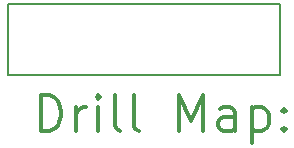
<source format=gbr>
%FSLAX45Y45*%
G04 Gerber Fmt 4.5, Leading zero omitted, Abs format (unit mm)*
G04 Created by KiCad (PCBNEW (5.0.0)) date 08/03/18 17:44:43*
%MOMM*%
%LPD*%
G01*
G04 APERTURE LIST*
%ADD10C,0.150000*%
%ADD11C,0.200000*%
%ADD12C,0.300000*%
G04 APERTURE END LIST*
D10*
X15850000Y-9300000D02*
X15550000Y-9300000D01*
X15850000Y-8700000D02*
X15850000Y-9300000D01*
X15550000Y-8700000D02*
X15850000Y-8700000D01*
X13550000Y-9300000D02*
X13550000Y-8700000D01*
X15550000Y-9300000D02*
X13550000Y-9300000D01*
X13550000Y-8700000D02*
X15550000Y-8700000D01*
D11*
D12*
X13828928Y-9773214D02*
X13828928Y-9473214D01*
X13900357Y-9473214D01*
X13943214Y-9487500D01*
X13971786Y-9516072D01*
X13986071Y-9544643D01*
X14000357Y-9601786D01*
X14000357Y-9644643D01*
X13986071Y-9701786D01*
X13971786Y-9730357D01*
X13943214Y-9758929D01*
X13900357Y-9773214D01*
X13828928Y-9773214D01*
X14128928Y-9773214D02*
X14128928Y-9573214D01*
X14128928Y-9630357D02*
X14143214Y-9601786D01*
X14157500Y-9587500D01*
X14186071Y-9573214D01*
X14214643Y-9573214D01*
X14314643Y-9773214D02*
X14314643Y-9573214D01*
X14314643Y-9473214D02*
X14300357Y-9487500D01*
X14314643Y-9501786D01*
X14328928Y-9487500D01*
X14314643Y-9473214D01*
X14314643Y-9501786D01*
X14500357Y-9773214D02*
X14471786Y-9758929D01*
X14457500Y-9730357D01*
X14457500Y-9473214D01*
X14657500Y-9773214D02*
X14628928Y-9758929D01*
X14614643Y-9730357D01*
X14614643Y-9473214D01*
X15000357Y-9773214D02*
X15000357Y-9473214D01*
X15100357Y-9687500D01*
X15200357Y-9473214D01*
X15200357Y-9773214D01*
X15471786Y-9773214D02*
X15471786Y-9616072D01*
X15457500Y-9587500D01*
X15428928Y-9573214D01*
X15371786Y-9573214D01*
X15343214Y-9587500D01*
X15471786Y-9758929D02*
X15443214Y-9773214D01*
X15371786Y-9773214D01*
X15343214Y-9758929D01*
X15328928Y-9730357D01*
X15328928Y-9701786D01*
X15343214Y-9673214D01*
X15371786Y-9658929D01*
X15443214Y-9658929D01*
X15471786Y-9644643D01*
X15614643Y-9573214D02*
X15614643Y-9873214D01*
X15614643Y-9587500D02*
X15643214Y-9573214D01*
X15700357Y-9573214D01*
X15728928Y-9587500D01*
X15743214Y-9601786D01*
X15757500Y-9630357D01*
X15757500Y-9716072D01*
X15743214Y-9744643D01*
X15728928Y-9758929D01*
X15700357Y-9773214D01*
X15643214Y-9773214D01*
X15614643Y-9758929D01*
X15886071Y-9744643D02*
X15900357Y-9758929D01*
X15886071Y-9773214D01*
X15871786Y-9758929D01*
X15886071Y-9744643D01*
X15886071Y-9773214D01*
X15886071Y-9587500D02*
X15900357Y-9601786D01*
X15886071Y-9616072D01*
X15871786Y-9601786D01*
X15886071Y-9587500D01*
X15886071Y-9616072D01*
M02*

</source>
